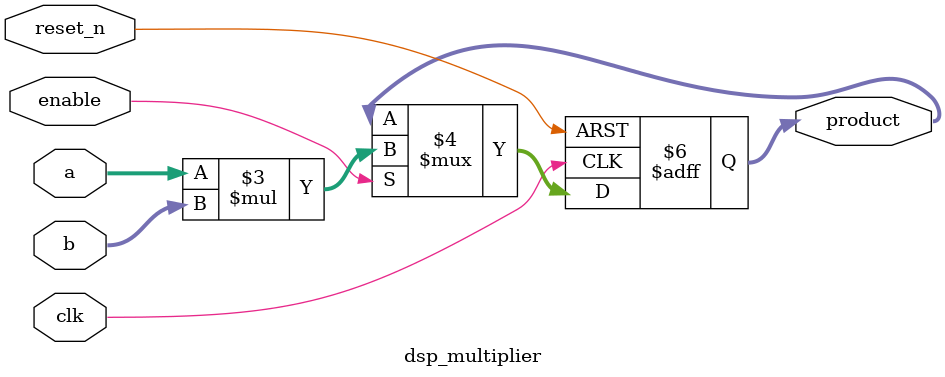
<source format=v>

`timescale 1ns/1ps
module dsp_multiplier #(
    parameter A_BW = 9,    // Input A bit width (unsigned feature map + 1 sign bit)
    parameter B_BW = 8,    // Input B bit width (signed weight)
    parameter P_BW = 16    // Product bit width
)(
    input wire clk,
    input wire reset_n,
    input wire enable,
    input wire signed [A_BW-1:0] a,    // Zero-extended unsigned input
    input wire signed [B_BW-1:0] b,    // Signed weight
    output reg signed [P_BW-1:0] product
);

    (* use_dsp = "yes" *)
    always @(posedge clk or negedge reset_n) begin
        if (!reset_n) begin
            product <= 0;
        end else if (enable) begin
            product <= a * b;  // Both are now properly signed
        end
    end

endmodule
</source>
